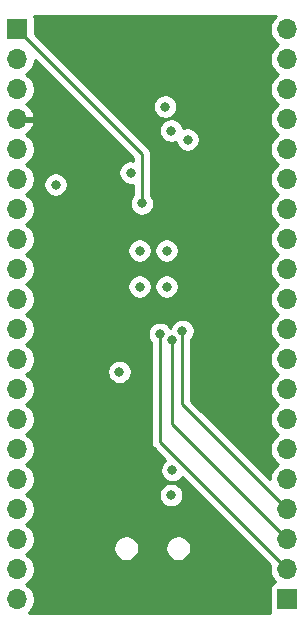
<source format=gbr>
%TF.GenerationSoftware,KiCad,Pcbnew,5.1.9-73d0e3b20d~88~ubuntu20.04.1*%
%TF.CreationDate,2021-04-21T23:40:33-06:00*%
%TF.ProjectId,STM32F411CE,53544d33-3246-4343-9131-43452e6b6963,rev?*%
%TF.SameCoordinates,Original*%
%TF.FileFunction,Copper,L3,Inr*%
%TF.FilePolarity,Positive*%
%FSLAX46Y46*%
G04 Gerber Fmt 4.6, Leading zero omitted, Abs format (unit mm)*
G04 Created by KiCad (PCBNEW 5.1.9-73d0e3b20d~88~ubuntu20.04.1) date 2021-04-21 23:40:33*
%MOMM*%
%LPD*%
G01*
G04 APERTURE LIST*
%TA.AperFunction,ComponentPad*%
%ADD10O,1.700000X1.700000*%
%TD*%
%TA.AperFunction,ComponentPad*%
%ADD11R,1.700000X1.700000*%
%TD*%
%TA.AperFunction,ViaPad*%
%ADD12C,0.800000*%
%TD*%
%TA.AperFunction,Conductor*%
%ADD13C,0.250000*%
%TD*%
%TA.AperFunction,Conductor*%
%ADD14C,0.254000*%
%TD*%
%TA.AperFunction,Conductor*%
%ADD15C,0.100000*%
%TD*%
G04 APERTURE END LIST*
D10*
%TO.N,GND*%
%TO.C,J3*%
X36626800Y-13766800D03*
X36626800Y-16306800D03*
%TO.N,PB9*%
X36626800Y-18846800D03*
%TO.N,PB8*%
X36626800Y-21386800D03*
%TO.N,BOOT0*%
X36626800Y-23926800D03*
%TO.N,PB7*%
X36626800Y-26466800D03*
%TO.N,PB6*%
X36626800Y-29006800D03*
%TO.N,PB5*%
X36626800Y-31546800D03*
%TO.N,PB4*%
X36626800Y-34086800D03*
%TO.N,SWO*%
X36626800Y-36626800D03*
%TO.N,PA15*%
X36626800Y-39166800D03*
%TO.N,SWDCLK*%
X36626800Y-41706800D03*
%TO.N,SWDIO*%
X36626800Y-44246800D03*
%TO.N,N/C*%
X36626800Y-46786800D03*
X36626800Y-49326800D03*
X36626800Y-51866800D03*
%TO.N,PB15*%
X36626800Y-54406800D03*
%TO.N,PB14*%
X36626800Y-56946800D03*
%TO.N,PB13*%
X36626800Y-59486800D03*
D11*
%TO.N,GND*%
X36626800Y-62026800D03*
%TD*%
D10*
%TO.N,GND*%
%TO.C,J2*%
X13766800Y-62026800D03*
%TO.N,+5V*%
X13766800Y-59486800D03*
%TO.N,PB12*%
X13766800Y-56946800D03*
%TO.N,PB10*%
X13766800Y-54406800D03*
%TO.N,PB2*%
X13766800Y-51866800D03*
%TO.N,PB1*%
X13766800Y-49326800D03*
%TO.N,PBO*%
X13766800Y-46786800D03*
%TO.N,PA7*%
X13766800Y-44246800D03*
%TO.N,PA6*%
X13766800Y-41706800D03*
%TO.N,PA5*%
X13766800Y-39166800D03*
%TO.N,PA4*%
X13766800Y-36626800D03*
%TO.N,PA3*%
X13766800Y-34086800D03*
%TO.N,PA2*%
X13766800Y-31546800D03*
%TO.N,PA1*%
X13766800Y-29006800D03*
%TO.N,PA0*%
X13766800Y-26466800D03*
%TO.N,~RST*%
X13766800Y-23926800D03*
%TO.N,+3V3*%
X13766800Y-21386800D03*
%TO.N,N/C*%
X13766800Y-18846800D03*
X13766800Y-16306800D03*
D11*
%TO.N,+BATT*%
X13766800Y-13766800D03*
%TD*%
D12*
%TO.N,GND*%
X24130000Y-32512000D03*
X26416000Y-32512000D03*
X26416000Y-35560000D03*
X24130000Y-35560000D03*
X22402800Y-42773600D03*
X17018000Y-26924000D03*
X26797000Y-22352000D03*
X23368000Y-25908000D03*
X28194000Y-23114000D03*
X26289000Y-20320000D03*
X26797000Y-53213000D03*
X26900000Y-51100000D03*
%TO.N,+3V3*%
X27178000Y-27051000D03*
X30657800Y-34594800D03*
X24307800Y-39420800D03*
X20535900Y-29806900D03*
%TO.N,+BATT*%
X24307800Y-28498800D03*
%TO.N,PB14*%
X26847800Y-40055800D03*
%TO.N,PB13*%
X25831800Y-39547800D03*
%TO.N,PB15*%
X27736800Y-39293800D03*
%TD*%
D13*
%TO.N,+BATT*%
X24307800Y-24307800D02*
X24307800Y-28498800D01*
X13766800Y-13766800D02*
X24307800Y-24307800D01*
%TO.N,PB14*%
X26847800Y-47167800D02*
X36626800Y-56946800D01*
X26847800Y-40055800D02*
X26847800Y-47167800D01*
%TO.N,PB13*%
X25831800Y-48691800D02*
X36626800Y-59486800D01*
X25831800Y-39547800D02*
X25831800Y-48691800D01*
%TO.N,PB15*%
X27736800Y-45516800D02*
X36626800Y-54406800D01*
X27736800Y-39293800D02*
X27736800Y-45516800D01*
%TD*%
D14*
%TO.N,+3V3*%
X35473325Y-12820168D02*
X35310810Y-13063389D01*
X35198868Y-13333642D01*
X35141800Y-13620540D01*
X35141800Y-13913060D01*
X35198868Y-14199958D01*
X35310810Y-14470211D01*
X35473325Y-14713432D01*
X35680168Y-14920275D01*
X35854560Y-15036800D01*
X35680168Y-15153325D01*
X35473325Y-15360168D01*
X35310810Y-15603389D01*
X35198868Y-15873642D01*
X35141800Y-16160540D01*
X35141800Y-16453060D01*
X35198868Y-16739958D01*
X35310810Y-17010211D01*
X35473325Y-17253432D01*
X35680168Y-17460275D01*
X35854560Y-17576800D01*
X35680168Y-17693325D01*
X35473325Y-17900168D01*
X35310810Y-18143389D01*
X35198868Y-18413642D01*
X35141800Y-18700540D01*
X35141800Y-18993060D01*
X35198868Y-19279958D01*
X35310810Y-19550211D01*
X35473325Y-19793432D01*
X35680168Y-20000275D01*
X35854560Y-20116800D01*
X35680168Y-20233325D01*
X35473325Y-20440168D01*
X35310810Y-20683389D01*
X35198868Y-20953642D01*
X35141800Y-21240540D01*
X35141800Y-21533060D01*
X35198868Y-21819958D01*
X35310810Y-22090211D01*
X35473325Y-22333432D01*
X35680168Y-22540275D01*
X35854560Y-22656800D01*
X35680168Y-22773325D01*
X35473325Y-22980168D01*
X35310810Y-23223389D01*
X35198868Y-23493642D01*
X35141800Y-23780540D01*
X35141800Y-24073060D01*
X35198868Y-24359958D01*
X35310810Y-24630211D01*
X35473325Y-24873432D01*
X35680168Y-25080275D01*
X35854560Y-25196800D01*
X35680168Y-25313325D01*
X35473325Y-25520168D01*
X35310810Y-25763389D01*
X35198868Y-26033642D01*
X35141800Y-26320540D01*
X35141800Y-26613060D01*
X35198868Y-26899958D01*
X35310810Y-27170211D01*
X35473325Y-27413432D01*
X35680168Y-27620275D01*
X35854560Y-27736800D01*
X35680168Y-27853325D01*
X35473325Y-28060168D01*
X35310810Y-28303389D01*
X35198868Y-28573642D01*
X35141800Y-28860540D01*
X35141800Y-29153060D01*
X35198868Y-29439958D01*
X35310810Y-29710211D01*
X35473325Y-29953432D01*
X35680168Y-30160275D01*
X35854560Y-30276800D01*
X35680168Y-30393325D01*
X35473325Y-30600168D01*
X35310810Y-30843389D01*
X35198868Y-31113642D01*
X35141800Y-31400540D01*
X35141800Y-31693060D01*
X35198868Y-31979958D01*
X35310810Y-32250211D01*
X35473325Y-32493432D01*
X35680168Y-32700275D01*
X35854560Y-32816800D01*
X35680168Y-32933325D01*
X35473325Y-33140168D01*
X35310810Y-33383389D01*
X35198868Y-33653642D01*
X35141800Y-33940540D01*
X35141800Y-34233060D01*
X35198868Y-34519958D01*
X35310810Y-34790211D01*
X35473325Y-35033432D01*
X35680168Y-35240275D01*
X35854560Y-35356800D01*
X35680168Y-35473325D01*
X35473325Y-35680168D01*
X35310810Y-35923389D01*
X35198868Y-36193642D01*
X35141800Y-36480540D01*
X35141800Y-36773060D01*
X35198868Y-37059958D01*
X35310810Y-37330211D01*
X35473325Y-37573432D01*
X35680168Y-37780275D01*
X35854560Y-37896800D01*
X35680168Y-38013325D01*
X35473325Y-38220168D01*
X35310810Y-38463389D01*
X35198868Y-38733642D01*
X35141800Y-39020540D01*
X35141800Y-39313060D01*
X35198868Y-39599958D01*
X35310810Y-39870211D01*
X35473325Y-40113432D01*
X35680168Y-40320275D01*
X35854560Y-40436800D01*
X35680168Y-40553325D01*
X35473325Y-40760168D01*
X35310810Y-41003389D01*
X35198868Y-41273642D01*
X35141800Y-41560540D01*
X35141800Y-41853060D01*
X35198868Y-42139958D01*
X35310810Y-42410211D01*
X35473325Y-42653432D01*
X35680168Y-42860275D01*
X35854560Y-42976800D01*
X35680168Y-43093325D01*
X35473325Y-43300168D01*
X35310810Y-43543389D01*
X35198868Y-43813642D01*
X35141800Y-44100540D01*
X35141800Y-44393060D01*
X35198868Y-44679958D01*
X35310810Y-44950211D01*
X35473325Y-45193432D01*
X35680168Y-45400275D01*
X35854560Y-45516800D01*
X35680168Y-45633325D01*
X35473325Y-45840168D01*
X35310810Y-46083389D01*
X35198868Y-46353642D01*
X35141800Y-46640540D01*
X35141800Y-46933060D01*
X35198868Y-47219958D01*
X35310810Y-47490211D01*
X35473325Y-47733432D01*
X35680168Y-47940275D01*
X35854560Y-48056800D01*
X35680168Y-48173325D01*
X35473325Y-48380168D01*
X35310810Y-48623389D01*
X35198868Y-48893642D01*
X35141800Y-49180540D01*
X35141800Y-49473060D01*
X35198868Y-49759958D01*
X35310810Y-50030211D01*
X35473325Y-50273432D01*
X35680168Y-50480275D01*
X35854560Y-50596800D01*
X35680168Y-50713325D01*
X35473325Y-50920168D01*
X35310810Y-51163389D01*
X35198868Y-51433642D01*
X35141800Y-51720540D01*
X35141800Y-51846998D01*
X28496800Y-45201999D01*
X28496800Y-39997511D01*
X28540737Y-39953574D01*
X28654005Y-39784056D01*
X28732026Y-39595698D01*
X28771800Y-39395739D01*
X28771800Y-39191861D01*
X28732026Y-38991902D01*
X28654005Y-38803544D01*
X28540737Y-38634026D01*
X28396574Y-38489863D01*
X28227056Y-38376595D01*
X28038698Y-38298574D01*
X27838739Y-38258800D01*
X27634861Y-38258800D01*
X27434902Y-38298574D01*
X27246544Y-38376595D01*
X27077026Y-38489863D01*
X26932863Y-38634026D01*
X26819595Y-38803544D01*
X26741574Y-38991902D01*
X26735412Y-39022878D01*
X26726965Y-39024559D01*
X26635737Y-38888026D01*
X26491574Y-38743863D01*
X26322056Y-38630595D01*
X26133698Y-38552574D01*
X25933739Y-38512800D01*
X25729861Y-38512800D01*
X25529902Y-38552574D01*
X25341544Y-38630595D01*
X25172026Y-38743863D01*
X25027863Y-38888026D01*
X24914595Y-39057544D01*
X24836574Y-39245902D01*
X24796800Y-39445861D01*
X24796800Y-39649739D01*
X24836574Y-39849698D01*
X24914595Y-40038056D01*
X25027863Y-40207574D01*
X25071800Y-40251511D01*
X25071801Y-48654468D01*
X25068124Y-48691800D01*
X25082798Y-48840785D01*
X25126254Y-48984046D01*
X25196826Y-49116076D01*
X25249731Y-49180540D01*
X25291800Y-49231801D01*
X25320798Y-49255599D01*
X26312782Y-50247583D01*
X26240226Y-50296063D01*
X26096063Y-50440226D01*
X25982795Y-50609744D01*
X25904774Y-50798102D01*
X25865000Y-50998061D01*
X25865000Y-51201939D01*
X25904774Y-51401898D01*
X25982795Y-51590256D01*
X26096063Y-51759774D01*
X26240226Y-51903937D01*
X26409744Y-52017205D01*
X26598102Y-52095226D01*
X26798061Y-52135000D01*
X27001939Y-52135000D01*
X27201898Y-52095226D01*
X27390256Y-52017205D01*
X27559774Y-51903937D01*
X27703937Y-51759774D01*
X27752417Y-51687218D01*
X35185590Y-59120393D01*
X35141800Y-59340540D01*
X35141800Y-59633060D01*
X35198868Y-59919958D01*
X35310810Y-60190211D01*
X35473325Y-60433432D01*
X35605180Y-60565287D01*
X35532620Y-60587298D01*
X35422306Y-60646263D01*
X35325615Y-60725615D01*
X35246263Y-60822306D01*
X35187298Y-60932620D01*
X35150988Y-61052318D01*
X35138728Y-61176800D01*
X35138728Y-62876800D01*
X35150988Y-63001282D01*
X35187298Y-63120980D01*
X35200030Y-63144800D01*
X14748907Y-63144800D01*
X14920275Y-62973432D01*
X15082790Y-62730211D01*
X15194732Y-62459958D01*
X15251800Y-62173060D01*
X15251800Y-61880540D01*
X15194732Y-61593642D01*
X15082790Y-61323389D01*
X14920275Y-61080168D01*
X14713432Y-60873325D01*
X14539040Y-60756800D01*
X14713432Y-60640275D01*
X14920275Y-60433432D01*
X15082790Y-60190211D01*
X15194732Y-59919958D01*
X15251800Y-59633060D01*
X15251800Y-59340540D01*
X15194732Y-59053642D01*
X15082790Y-58783389D01*
X14920275Y-58540168D01*
X14713432Y-58333325D01*
X14539040Y-58216800D01*
X14713432Y-58100275D01*
X14920275Y-57893432D01*
X15082790Y-57650211D01*
X15102785Y-57601937D01*
X21911800Y-57601937D01*
X21911800Y-57815663D01*
X21953496Y-58025283D01*
X22035285Y-58222740D01*
X22154025Y-58400447D01*
X22305153Y-58551575D01*
X22482860Y-58670315D01*
X22680317Y-58752104D01*
X22889937Y-58793800D01*
X23103663Y-58793800D01*
X23313283Y-58752104D01*
X23510740Y-58670315D01*
X23688447Y-58551575D01*
X23839575Y-58400447D01*
X23958315Y-58222740D01*
X24040104Y-58025283D01*
X24081800Y-57815663D01*
X24081800Y-57601937D01*
X26311800Y-57601937D01*
X26311800Y-57815663D01*
X26353496Y-58025283D01*
X26435285Y-58222740D01*
X26554025Y-58400447D01*
X26705153Y-58551575D01*
X26882860Y-58670315D01*
X27080317Y-58752104D01*
X27289937Y-58793800D01*
X27503663Y-58793800D01*
X27713283Y-58752104D01*
X27910740Y-58670315D01*
X28088447Y-58551575D01*
X28239575Y-58400447D01*
X28358315Y-58222740D01*
X28440104Y-58025283D01*
X28481800Y-57815663D01*
X28481800Y-57601937D01*
X28440104Y-57392317D01*
X28358315Y-57194860D01*
X28239575Y-57017153D01*
X28088447Y-56866025D01*
X27910740Y-56747285D01*
X27713283Y-56665496D01*
X27503663Y-56623800D01*
X27289937Y-56623800D01*
X27080317Y-56665496D01*
X26882860Y-56747285D01*
X26705153Y-56866025D01*
X26554025Y-57017153D01*
X26435285Y-57194860D01*
X26353496Y-57392317D01*
X26311800Y-57601937D01*
X24081800Y-57601937D01*
X24040104Y-57392317D01*
X23958315Y-57194860D01*
X23839575Y-57017153D01*
X23688447Y-56866025D01*
X23510740Y-56747285D01*
X23313283Y-56665496D01*
X23103663Y-56623800D01*
X22889937Y-56623800D01*
X22680317Y-56665496D01*
X22482860Y-56747285D01*
X22305153Y-56866025D01*
X22154025Y-57017153D01*
X22035285Y-57194860D01*
X21953496Y-57392317D01*
X21911800Y-57601937D01*
X15102785Y-57601937D01*
X15194732Y-57379958D01*
X15251800Y-57093060D01*
X15251800Y-56800540D01*
X15194732Y-56513642D01*
X15082790Y-56243389D01*
X14920275Y-56000168D01*
X14713432Y-55793325D01*
X14539040Y-55676800D01*
X14713432Y-55560275D01*
X14920275Y-55353432D01*
X15082790Y-55110211D01*
X15194732Y-54839958D01*
X15251800Y-54553060D01*
X15251800Y-54260540D01*
X15194732Y-53973642D01*
X15082790Y-53703389D01*
X14920275Y-53460168D01*
X14713432Y-53253325D01*
X14539040Y-53136800D01*
X14577561Y-53111061D01*
X25762000Y-53111061D01*
X25762000Y-53314939D01*
X25801774Y-53514898D01*
X25879795Y-53703256D01*
X25993063Y-53872774D01*
X26137226Y-54016937D01*
X26306744Y-54130205D01*
X26495102Y-54208226D01*
X26695061Y-54248000D01*
X26898939Y-54248000D01*
X27098898Y-54208226D01*
X27287256Y-54130205D01*
X27456774Y-54016937D01*
X27600937Y-53872774D01*
X27714205Y-53703256D01*
X27792226Y-53514898D01*
X27832000Y-53314939D01*
X27832000Y-53111061D01*
X27792226Y-52911102D01*
X27714205Y-52722744D01*
X27600937Y-52553226D01*
X27456774Y-52409063D01*
X27287256Y-52295795D01*
X27098898Y-52217774D01*
X26898939Y-52178000D01*
X26695061Y-52178000D01*
X26495102Y-52217774D01*
X26306744Y-52295795D01*
X26137226Y-52409063D01*
X25993063Y-52553226D01*
X25879795Y-52722744D01*
X25801774Y-52911102D01*
X25762000Y-53111061D01*
X14577561Y-53111061D01*
X14713432Y-53020275D01*
X14920275Y-52813432D01*
X15082790Y-52570211D01*
X15194732Y-52299958D01*
X15251800Y-52013060D01*
X15251800Y-51720540D01*
X15194732Y-51433642D01*
X15082790Y-51163389D01*
X14920275Y-50920168D01*
X14713432Y-50713325D01*
X14539040Y-50596800D01*
X14713432Y-50480275D01*
X14920275Y-50273432D01*
X15082790Y-50030211D01*
X15194732Y-49759958D01*
X15251800Y-49473060D01*
X15251800Y-49180540D01*
X15194732Y-48893642D01*
X15082790Y-48623389D01*
X14920275Y-48380168D01*
X14713432Y-48173325D01*
X14539040Y-48056800D01*
X14713432Y-47940275D01*
X14920275Y-47733432D01*
X15082790Y-47490211D01*
X15194732Y-47219958D01*
X15251800Y-46933060D01*
X15251800Y-46640540D01*
X15194732Y-46353642D01*
X15082790Y-46083389D01*
X14920275Y-45840168D01*
X14713432Y-45633325D01*
X14539040Y-45516800D01*
X14713432Y-45400275D01*
X14920275Y-45193432D01*
X15082790Y-44950211D01*
X15194732Y-44679958D01*
X15251800Y-44393060D01*
X15251800Y-44100540D01*
X15194732Y-43813642D01*
X15082790Y-43543389D01*
X14920275Y-43300168D01*
X14713432Y-43093325D01*
X14539040Y-42976800D01*
X14713432Y-42860275D01*
X14902046Y-42671661D01*
X21367800Y-42671661D01*
X21367800Y-42875539D01*
X21407574Y-43075498D01*
X21485595Y-43263856D01*
X21598863Y-43433374D01*
X21743026Y-43577537D01*
X21912544Y-43690805D01*
X22100902Y-43768826D01*
X22300861Y-43808600D01*
X22504739Y-43808600D01*
X22704698Y-43768826D01*
X22893056Y-43690805D01*
X23062574Y-43577537D01*
X23206737Y-43433374D01*
X23320005Y-43263856D01*
X23398026Y-43075498D01*
X23437800Y-42875539D01*
X23437800Y-42671661D01*
X23398026Y-42471702D01*
X23320005Y-42283344D01*
X23206737Y-42113826D01*
X23062574Y-41969663D01*
X22893056Y-41856395D01*
X22704698Y-41778374D01*
X22504739Y-41738600D01*
X22300861Y-41738600D01*
X22100902Y-41778374D01*
X21912544Y-41856395D01*
X21743026Y-41969663D01*
X21598863Y-42113826D01*
X21485595Y-42283344D01*
X21407574Y-42471702D01*
X21367800Y-42671661D01*
X14902046Y-42671661D01*
X14920275Y-42653432D01*
X15082790Y-42410211D01*
X15194732Y-42139958D01*
X15251800Y-41853060D01*
X15251800Y-41560540D01*
X15194732Y-41273642D01*
X15082790Y-41003389D01*
X14920275Y-40760168D01*
X14713432Y-40553325D01*
X14539040Y-40436800D01*
X14713432Y-40320275D01*
X14920275Y-40113432D01*
X15082790Y-39870211D01*
X15194732Y-39599958D01*
X15251800Y-39313060D01*
X15251800Y-39020540D01*
X15194732Y-38733642D01*
X15082790Y-38463389D01*
X14920275Y-38220168D01*
X14713432Y-38013325D01*
X14539040Y-37896800D01*
X14713432Y-37780275D01*
X14920275Y-37573432D01*
X15082790Y-37330211D01*
X15194732Y-37059958D01*
X15251800Y-36773060D01*
X15251800Y-36480540D01*
X15194732Y-36193642D01*
X15082790Y-35923389D01*
X14920275Y-35680168D01*
X14713432Y-35473325D01*
X14690588Y-35458061D01*
X23095000Y-35458061D01*
X23095000Y-35661939D01*
X23134774Y-35861898D01*
X23212795Y-36050256D01*
X23326063Y-36219774D01*
X23470226Y-36363937D01*
X23639744Y-36477205D01*
X23828102Y-36555226D01*
X24028061Y-36595000D01*
X24231939Y-36595000D01*
X24431898Y-36555226D01*
X24620256Y-36477205D01*
X24789774Y-36363937D01*
X24933937Y-36219774D01*
X25047205Y-36050256D01*
X25125226Y-35861898D01*
X25165000Y-35661939D01*
X25165000Y-35458061D01*
X25381000Y-35458061D01*
X25381000Y-35661939D01*
X25420774Y-35861898D01*
X25498795Y-36050256D01*
X25612063Y-36219774D01*
X25756226Y-36363937D01*
X25925744Y-36477205D01*
X26114102Y-36555226D01*
X26314061Y-36595000D01*
X26517939Y-36595000D01*
X26717898Y-36555226D01*
X26906256Y-36477205D01*
X27075774Y-36363937D01*
X27219937Y-36219774D01*
X27333205Y-36050256D01*
X27411226Y-35861898D01*
X27451000Y-35661939D01*
X27451000Y-35458061D01*
X27411226Y-35258102D01*
X27333205Y-35069744D01*
X27219937Y-34900226D01*
X27075774Y-34756063D01*
X26906256Y-34642795D01*
X26717898Y-34564774D01*
X26517939Y-34525000D01*
X26314061Y-34525000D01*
X26114102Y-34564774D01*
X25925744Y-34642795D01*
X25756226Y-34756063D01*
X25612063Y-34900226D01*
X25498795Y-35069744D01*
X25420774Y-35258102D01*
X25381000Y-35458061D01*
X25165000Y-35458061D01*
X25125226Y-35258102D01*
X25047205Y-35069744D01*
X24933937Y-34900226D01*
X24789774Y-34756063D01*
X24620256Y-34642795D01*
X24431898Y-34564774D01*
X24231939Y-34525000D01*
X24028061Y-34525000D01*
X23828102Y-34564774D01*
X23639744Y-34642795D01*
X23470226Y-34756063D01*
X23326063Y-34900226D01*
X23212795Y-35069744D01*
X23134774Y-35258102D01*
X23095000Y-35458061D01*
X14690588Y-35458061D01*
X14539040Y-35356800D01*
X14713432Y-35240275D01*
X14920275Y-35033432D01*
X15082790Y-34790211D01*
X15194732Y-34519958D01*
X15251800Y-34233060D01*
X15251800Y-33940540D01*
X15194732Y-33653642D01*
X15082790Y-33383389D01*
X14920275Y-33140168D01*
X14713432Y-32933325D01*
X14539040Y-32816800D01*
X14713432Y-32700275D01*
X14920275Y-32493432D01*
X14975981Y-32410061D01*
X23095000Y-32410061D01*
X23095000Y-32613939D01*
X23134774Y-32813898D01*
X23212795Y-33002256D01*
X23326063Y-33171774D01*
X23470226Y-33315937D01*
X23639744Y-33429205D01*
X23828102Y-33507226D01*
X24028061Y-33547000D01*
X24231939Y-33547000D01*
X24431898Y-33507226D01*
X24620256Y-33429205D01*
X24789774Y-33315937D01*
X24933937Y-33171774D01*
X25047205Y-33002256D01*
X25125226Y-32813898D01*
X25165000Y-32613939D01*
X25165000Y-32410061D01*
X25381000Y-32410061D01*
X25381000Y-32613939D01*
X25420774Y-32813898D01*
X25498795Y-33002256D01*
X25612063Y-33171774D01*
X25756226Y-33315937D01*
X25925744Y-33429205D01*
X26114102Y-33507226D01*
X26314061Y-33547000D01*
X26517939Y-33547000D01*
X26717898Y-33507226D01*
X26906256Y-33429205D01*
X27075774Y-33315937D01*
X27219937Y-33171774D01*
X27333205Y-33002256D01*
X27411226Y-32813898D01*
X27451000Y-32613939D01*
X27451000Y-32410061D01*
X27411226Y-32210102D01*
X27333205Y-32021744D01*
X27219937Y-31852226D01*
X27075774Y-31708063D01*
X26906256Y-31594795D01*
X26717898Y-31516774D01*
X26517939Y-31477000D01*
X26314061Y-31477000D01*
X26114102Y-31516774D01*
X25925744Y-31594795D01*
X25756226Y-31708063D01*
X25612063Y-31852226D01*
X25498795Y-32021744D01*
X25420774Y-32210102D01*
X25381000Y-32410061D01*
X25165000Y-32410061D01*
X25125226Y-32210102D01*
X25047205Y-32021744D01*
X24933937Y-31852226D01*
X24789774Y-31708063D01*
X24620256Y-31594795D01*
X24431898Y-31516774D01*
X24231939Y-31477000D01*
X24028061Y-31477000D01*
X23828102Y-31516774D01*
X23639744Y-31594795D01*
X23470226Y-31708063D01*
X23326063Y-31852226D01*
X23212795Y-32021744D01*
X23134774Y-32210102D01*
X23095000Y-32410061D01*
X14975981Y-32410061D01*
X15082790Y-32250211D01*
X15194732Y-31979958D01*
X15251800Y-31693060D01*
X15251800Y-31400540D01*
X15194732Y-31113642D01*
X15082790Y-30843389D01*
X14920275Y-30600168D01*
X14713432Y-30393325D01*
X14539040Y-30276800D01*
X14713432Y-30160275D01*
X14920275Y-29953432D01*
X15082790Y-29710211D01*
X15194732Y-29439958D01*
X15251800Y-29153060D01*
X15251800Y-28860540D01*
X15194732Y-28573642D01*
X15082790Y-28303389D01*
X14920275Y-28060168D01*
X14713432Y-27853325D01*
X14539040Y-27736800D01*
X14713432Y-27620275D01*
X14920275Y-27413432D01*
X15082790Y-27170211D01*
X15194732Y-26899958D01*
X15210226Y-26822061D01*
X15983000Y-26822061D01*
X15983000Y-27025939D01*
X16022774Y-27225898D01*
X16100795Y-27414256D01*
X16214063Y-27583774D01*
X16358226Y-27727937D01*
X16527744Y-27841205D01*
X16716102Y-27919226D01*
X16916061Y-27959000D01*
X17119939Y-27959000D01*
X17319898Y-27919226D01*
X17508256Y-27841205D01*
X17677774Y-27727937D01*
X17821937Y-27583774D01*
X17935205Y-27414256D01*
X18013226Y-27225898D01*
X18053000Y-27025939D01*
X18053000Y-26822061D01*
X18013226Y-26622102D01*
X17935205Y-26433744D01*
X17821937Y-26264226D01*
X17677774Y-26120063D01*
X17508256Y-26006795D01*
X17319898Y-25928774D01*
X17119939Y-25889000D01*
X16916061Y-25889000D01*
X16716102Y-25928774D01*
X16527744Y-26006795D01*
X16358226Y-26120063D01*
X16214063Y-26264226D01*
X16100795Y-26433744D01*
X16022774Y-26622102D01*
X15983000Y-26822061D01*
X15210226Y-26822061D01*
X15251800Y-26613060D01*
X15251800Y-26320540D01*
X15194732Y-26033642D01*
X15082790Y-25763389D01*
X14920275Y-25520168D01*
X14713432Y-25313325D01*
X14539040Y-25196800D01*
X14713432Y-25080275D01*
X14920275Y-24873432D01*
X15082790Y-24630211D01*
X15194732Y-24359958D01*
X15251800Y-24073060D01*
X15251800Y-23780540D01*
X15194732Y-23493642D01*
X15082790Y-23223389D01*
X14920275Y-22980168D01*
X14713432Y-22773325D01*
X14531266Y-22651605D01*
X14648155Y-22581978D01*
X14864388Y-22387069D01*
X15038441Y-22153720D01*
X15163625Y-21890899D01*
X15208276Y-21743690D01*
X15086955Y-21513800D01*
X13893800Y-21513800D01*
X13893800Y-21533800D01*
X13639800Y-21533800D01*
X13639800Y-21513800D01*
X13619800Y-21513800D01*
X13619800Y-21259800D01*
X13639800Y-21259800D01*
X13639800Y-21239800D01*
X13893800Y-21239800D01*
X13893800Y-21259800D01*
X15086955Y-21259800D01*
X15208276Y-21029910D01*
X15163625Y-20882701D01*
X15038441Y-20619880D01*
X14864388Y-20386531D01*
X14648155Y-20191622D01*
X14531266Y-20121995D01*
X14713432Y-20000275D01*
X14920275Y-19793432D01*
X15082790Y-19550211D01*
X15194732Y-19279958D01*
X15251800Y-18993060D01*
X15251800Y-18700540D01*
X15194732Y-18413642D01*
X15082790Y-18143389D01*
X14920275Y-17900168D01*
X14713432Y-17693325D01*
X14539040Y-17576800D01*
X14713432Y-17460275D01*
X14920275Y-17253432D01*
X15082790Y-17010211D01*
X15194732Y-16739958D01*
X15251800Y-16453060D01*
X15251800Y-16326601D01*
X23547800Y-24622602D01*
X23547800Y-24888487D01*
X23469939Y-24873000D01*
X23266061Y-24873000D01*
X23066102Y-24912774D01*
X22877744Y-24990795D01*
X22708226Y-25104063D01*
X22564063Y-25248226D01*
X22450795Y-25417744D01*
X22372774Y-25606102D01*
X22333000Y-25806061D01*
X22333000Y-26009939D01*
X22372774Y-26209898D01*
X22450795Y-26398256D01*
X22564063Y-26567774D01*
X22708226Y-26711937D01*
X22877744Y-26825205D01*
X23066102Y-26903226D01*
X23266061Y-26943000D01*
X23469939Y-26943000D01*
X23547801Y-26927512D01*
X23547801Y-27795088D01*
X23503863Y-27839026D01*
X23390595Y-28008544D01*
X23312574Y-28196902D01*
X23272800Y-28396861D01*
X23272800Y-28600739D01*
X23312574Y-28800698D01*
X23390595Y-28989056D01*
X23503863Y-29158574D01*
X23648026Y-29302737D01*
X23817544Y-29416005D01*
X24005902Y-29494026D01*
X24205861Y-29533800D01*
X24409739Y-29533800D01*
X24609698Y-29494026D01*
X24798056Y-29416005D01*
X24967574Y-29302737D01*
X25111737Y-29158574D01*
X25225005Y-28989056D01*
X25303026Y-28800698D01*
X25342800Y-28600739D01*
X25342800Y-28396861D01*
X25303026Y-28196902D01*
X25225005Y-28008544D01*
X25111737Y-27839026D01*
X25067800Y-27795089D01*
X25067800Y-24345122D01*
X25071476Y-24307799D01*
X25067800Y-24270476D01*
X25067800Y-24270467D01*
X25056803Y-24158814D01*
X25013346Y-24015553D01*
X24942774Y-23883524D01*
X24847801Y-23767799D01*
X24818804Y-23744002D01*
X23324863Y-22250061D01*
X25762000Y-22250061D01*
X25762000Y-22453939D01*
X25801774Y-22653898D01*
X25879795Y-22842256D01*
X25993063Y-23011774D01*
X26137226Y-23155937D01*
X26306744Y-23269205D01*
X26495102Y-23347226D01*
X26695061Y-23387000D01*
X26898939Y-23387000D01*
X27098898Y-23347226D01*
X27178552Y-23314232D01*
X27198774Y-23415898D01*
X27276795Y-23604256D01*
X27390063Y-23773774D01*
X27534226Y-23917937D01*
X27703744Y-24031205D01*
X27892102Y-24109226D01*
X28092061Y-24149000D01*
X28295939Y-24149000D01*
X28495898Y-24109226D01*
X28684256Y-24031205D01*
X28853774Y-23917937D01*
X28997937Y-23773774D01*
X29111205Y-23604256D01*
X29189226Y-23415898D01*
X29229000Y-23215939D01*
X29229000Y-23012061D01*
X29189226Y-22812102D01*
X29111205Y-22623744D01*
X28997937Y-22454226D01*
X28853774Y-22310063D01*
X28684256Y-22196795D01*
X28495898Y-22118774D01*
X28295939Y-22079000D01*
X28092061Y-22079000D01*
X27892102Y-22118774D01*
X27812448Y-22151768D01*
X27792226Y-22050102D01*
X27714205Y-21861744D01*
X27600937Y-21692226D01*
X27456774Y-21548063D01*
X27287256Y-21434795D01*
X27098898Y-21356774D01*
X26898939Y-21317000D01*
X26695061Y-21317000D01*
X26495102Y-21356774D01*
X26306744Y-21434795D01*
X26137226Y-21548063D01*
X25993063Y-21692226D01*
X25879795Y-21861744D01*
X25801774Y-22050102D01*
X25762000Y-22250061D01*
X23324863Y-22250061D01*
X21292863Y-20218061D01*
X25254000Y-20218061D01*
X25254000Y-20421939D01*
X25293774Y-20621898D01*
X25371795Y-20810256D01*
X25485063Y-20979774D01*
X25629226Y-21123937D01*
X25798744Y-21237205D01*
X25987102Y-21315226D01*
X26187061Y-21355000D01*
X26390939Y-21355000D01*
X26590898Y-21315226D01*
X26779256Y-21237205D01*
X26948774Y-21123937D01*
X27092937Y-20979774D01*
X27206205Y-20810256D01*
X27284226Y-20621898D01*
X27324000Y-20421939D01*
X27324000Y-20218061D01*
X27284226Y-20018102D01*
X27206205Y-19829744D01*
X27092937Y-19660226D01*
X26948774Y-19516063D01*
X26779256Y-19402795D01*
X26590898Y-19324774D01*
X26390939Y-19285000D01*
X26187061Y-19285000D01*
X25987102Y-19324774D01*
X25798744Y-19402795D01*
X25629226Y-19516063D01*
X25485063Y-19660226D01*
X25371795Y-19829744D01*
X25293774Y-20018102D01*
X25254000Y-20218061D01*
X21292863Y-20218061D01*
X15254872Y-14180071D01*
X15254872Y-12916800D01*
X15242612Y-12792318D01*
X15206302Y-12672620D01*
X15193570Y-12648800D01*
X35644693Y-12648800D01*
X35473325Y-12820168D01*
%TA.AperFunction,Conductor*%
D15*
G36*
X35473325Y-12820168D02*
G01*
X35310810Y-13063389D01*
X35198868Y-13333642D01*
X35141800Y-13620540D01*
X35141800Y-13913060D01*
X35198868Y-14199958D01*
X35310810Y-14470211D01*
X35473325Y-14713432D01*
X35680168Y-14920275D01*
X35854560Y-15036800D01*
X35680168Y-15153325D01*
X35473325Y-15360168D01*
X35310810Y-15603389D01*
X35198868Y-15873642D01*
X35141800Y-16160540D01*
X35141800Y-16453060D01*
X35198868Y-16739958D01*
X35310810Y-17010211D01*
X35473325Y-17253432D01*
X35680168Y-17460275D01*
X35854560Y-17576800D01*
X35680168Y-17693325D01*
X35473325Y-17900168D01*
X35310810Y-18143389D01*
X35198868Y-18413642D01*
X35141800Y-18700540D01*
X35141800Y-18993060D01*
X35198868Y-19279958D01*
X35310810Y-19550211D01*
X35473325Y-19793432D01*
X35680168Y-20000275D01*
X35854560Y-20116800D01*
X35680168Y-20233325D01*
X35473325Y-20440168D01*
X35310810Y-20683389D01*
X35198868Y-20953642D01*
X35141800Y-21240540D01*
X35141800Y-21533060D01*
X35198868Y-21819958D01*
X35310810Y-22090211D01*
X35473325Y-22333432D01*
X35680168Y-22540275D01*
X35854560Y-22656800D01*
X35680168Y-22773325D01*
X35473325Y-22980168D01*
X35310810Y-23223389D01*
X35198868Y-23493642D01*
X35141800Y-23780540D01*
X35141800Y-24073060D01*
X35198868Y-24359958D01*
X35310810Y-24630211D01*
X35473325Y-24873432D01*
X35680168Y-25080275D01*
X35854560Y-25196800D01*
X35680168Y-25313325D01*
X35473325Y-25520168D01*
X35310810Y-25763389D01*
X35198868Y-26033642D01*
X35141800Y-26320540D01*
X35141800Y-26613060D01*
X35198868Y-26899958D01*
X35310810Y-27170211D01*
X35473325Y-27413432D01*
X35680168Y-27620275D01*
X35854560Y-27736800D01*
X35680168Y-27853325D01*
X35473325Y-28060168D01*
X35310810Y-28303389D01*
X35198868Y-28573642D01*
X35141800Y-28860540D01*
X35141800Y-29153060D01*
X35198868Y-29439958D01*
X35310810Y-29710211D01*
X35473325Y-29953432D01*
X35680168Y-30160275D01*
X35854560Y-30276800D01*
X35680168Y-30393325D01*
X35473325Y-30600168D01*
X35310810Y-30843389D01*
X35198868Y-31113642D01*
X35141800Y-31400540D01*
X35141800Y-31693060D01*
X35198868Y-31979958D01*
X35310810Y-32250211D01*
X35473325Y-32493432D01*
X35680168Y-32700275D01*
X35854560Y-32816800D01*
X35680168Y-32933325D01*
X35473325Y-33140168D01*
X35310810Y-33383389D01*
X35198868Y-33653642D01*
X35141800Y-33940540D01*
X35141800Y-34233060D01*
X35198868Y-34519958D01*
X35310810Y-34790211D01*
X35473325Y-35033432D01*
X35680168Y-35240275D01*
X35854560Y-35356800D01*
X35680168Y-35473325D01*
X35473325Y-35680168D01*
X35310810Y-35923389D01*
X35198868Y-36193642D01*
X35141800Y-36480540D01*
X35141800Y-36773060D01*
X35198868Y-37059958D01*
X35310810Y-37330211D01*
X35473325Y-37573432D01*
X35680168Y-37780275D01*
X35854560Y-37896800D01*
X35680168Y-38013325D01*
X35473325Y-38220168D01*
X35310810Y-38463389D01*
X35198868Y-38733642D01*
X35141800Y-39020540D01*
X35141800Y-39313060D01*
X35198868Y-39599958D01*
X35310810Y-39870211D01*
X35473325Y-40113432D01*
X35680168Y-40320275D01*
X35854560Y-40436800D01*
X35680168Y-40553325D01*
X35473325Y-40760168D01*
X35310810Y-41003389D01*
X35198868Y-41273642D01*
X35141800Y-41560540D01*
X35141800Y-41853060D01*
X35198868Y-42139958D01*
X35310810Y-42410211D01*
X35473325Y-42653432D01*
X35680168Y-42860275D01*
X35854560Y-42976800D01*
X35680168Y-43093325D01*
X35473325Y-43300168D01*
X35310810Y-43543389D01*
X35198868Y-43813642D01*
X35141800Y-44100540D01*
X35141800Y-44393060D01*
X35198868Y-44679958D01*
X35310810Y-44950211D01*
X35473325Y-45193432D01*
X35680168Y-45400275D01*
X35854560Y-45516800D01*
X35680168Y-45633325D01*
X35473325Y-45840168D01*
X35310810Y-46083389D01*
X35198868Y-46353642D01*
X35141800Y-46640540D01*
X35141800Y-46933060D01*
X35198868Y-47219958D01*
X35310810Y-47490211D01*
X35473325Y-47733432D01*
X35680168Y-47940275D01*
X35854560Y-48056800D01*
X35680168Y-48173325D01*
X35473325Y-48380168D01*
X35310810Y-48623389D01*
X35198868Y-48893642D01*
X35141800Y-49180540D01*
X35141800Y-49473060D01*
X35198868Y-49759958D01*
X35310810Y-50030211D01*
X35473325Y-50273432D01*
X35680168Y-50480275D01*
X35854560Y-50596800D01*
X35680168Y-50713325D01*
X35473325Y-50920168D01*
X35310810Y-51163389D01*
X35198868Y-51433642D01*
X35141800Y-51720540D01*
X35141800Y-51846998D01*
X28496800Y-45201999D01*
X28496800Y-39997511D01*
X28540737Y-39953574D01*
X28654005Y-39784056D01*
X28732026Y-39595698D01*
X28771800Y-39395739D01*
X28771800Y-39191861D01*
X28732026Y-38991902D01*
X28654005Y-38803544D01*
X28540737Y-38634026D01*
X28396574Y-38489863D01*
X28227056Y-38376595D01*
X28038698Y-38298574D01*
X27838739Y-38258800D01*
X27634861Y-38258800D01*
X27434902Y-38298574D01*
X27246544Y-38376595D01*
X27077026Y-38489863D01*
X26932863Y-38634026D01*
X26819595Y-38803544D01*
X26741574Y-38991902D01*
X26735412Y-39022878D01*
X26726965Y-39024559D01*
X26635737Y-38888026D01*
X26491574Y-38743863D01*
X26322056Y-38630595D01*
X26133698Y-38552574D01*
X25933739Y-38512800D01*
X25729861Y-38512800D01*
X25529902Y-38552574D01*
X25341544Y-38630595D01*
X25172026Y-38743863D01*
X25027863Y-38888026D01*
X24914595Y-39057544D01*
X24836574Y-39245902D01*
X24796800Y-39445861D01*
X24796800Y-39649739D01*
X24836574Y-39849698D01*
X24914595Y-40038056D01*
X25027863Y-40207574D01*
X25071800Y-40251511D01*
X25071801Y-48654468D01*
X25068124Y-48691800D01*
X25082798Y-48840785D01*
X25126254Y-48984046D01*
X25196826Y-49116076D01*
X25249731Y-49180540D01*
X25291800Y-49231801D01*
X25320798Y-49255599D01*
X26312782Y-50247583D01*
X26240226Y-50296063D01*
X26096063Y-50440226D01*
X25982795Y-50609744D01*
X25904774Y-50798102D01*
X25865000Y-50998061D01*
X25865000Y-51201939D01*
X25904774Y-51401898D01*
X25982795Y-51590256D01*
X26096063Y-51759774D01*
X26240226Y-51903937D01*
X26409744Y-52017205D01*
X26598102Y-52095226D01*
X26798061Y-52135000D01*
X27001939Y-52135000D01*
X27201898Y-52095226D01*
X27390256Y-52017205D01*
X27559774Y-51903937D01*
X27703937Y-51759774D01*
X27752417Y-51687218D01*
X35185590Y-59120393D01*
X35141800Y-59340540D01*
X35141800Y-59633060D01*
X35198868Y-59919958D01*
X35310810Y-60190211D01*
X35473325Y-60433432D01*
X35605180Y-60565287D01*
X35532620Y-60587298D01*
X35422306Y-60646263D01*
X35325615Y-60725615D01*
X35246263Y-60822306D01*
X35187298Y-60932620D01*
X35150988Y-61052318D01*
X35138728Y-61176800D01*
X35138728Y-62876800D01*
X35150988Y-63001282D01*
X35187298Y-63120980D01*
X35200030Y-63144800D01*
X14748907Y-63144800D01*
X14920275Y-62973432D01*
X15082790Y-62730211D01*
X15194732Y-62459958D01*
X15251800Y-62173060D01*
X15251800Y-61880540D01*
X15194732Y-61593642D01*
X15082790Y-61323389D01*
X14920275Y-61080168D01*
X14713432Y-60873325D01*
X14539040Y-60756800D01*
X14713432Y-60640275D01*
X14920275Y-60433432D01*
X15082790Y-60190211D01*
X15194732Y-59919958D01*
X15251800Y-59633060D01*
X15251800Y-59340540D01*
X15194732Y-59053642D01*
X15082790Y-58783389D01*
X14920275Y-58540168D01*
X14713432Y-58333325D01*
X14539040Y-58216800D01*
X14713432Y-58100275D01*
X14920275Y-57893432D01*
X15082790Y-57650211D01*
X15102785Y-57601937D01*
X21911800Y-57601937D01*
X21911800Y-57815663D01*
X21953496Y-58025283D01*
X22035285Y-58222740D01*
X22154025Y-58400447D01*
X22305153Y-58551575D01*
X22482860Y-58670315D01*
X22680317Y-58752104D01*
X22889937Y-58793800D01*
X23103663Y-58793800D01*
X23313283Y-58752104D01*
X23510740Y-58670315D01*
X23688447Y-58551575D01*
X23839575Y-58400447D01*
X23958315Y-58222740D01*
X24040104Y-58025283D01*
X24081800Y-57815663D01*
X24081800Y-57601937D01*
X26311800Y-57601937D01*
X26311800Y-57815663D01*
X26353496Y-58025283D01*
X26435285Y-58222740D01*
X26554025Y-58400447D01*
X26705153Y-58551575D01*
X26882860Y-58670315D01*
X27080317Y-58752104D01*
X27289937Y-58793800D01*
X27503663Y-58793800D01*
X27713283Y-58752104D01*
X27910740Y-58670315D01*
X28088447Y-58551575D01*
X28239575Y-58400447D01*
X28358315Y-58222740D01*
X28440104Y-58025283D01*
X28481800Y-57815663D01*
X28481800Y-57601937D01*
X28440104Y-57392317D01*
X28358315Y-57194860D01*
X28239575Y-57017153D01*
X28088447Y-56866025D01*
X27910740Y-56747285D01*
X27713283Y-56665496D01*
X27503663Y-56623800D01*
X27289937Y-56623800D01*
X27080317Y-56665496D01*
X26882860Y-56747285D01*
X26705153Y-56866025D01*
X26554025Y-57017153D01*
X26435285Y-57194860D01*
X26353496Y-57392317D01*
X26311800Y-57601937D01*
X24081800Y-57601937D01*
X24040104Y-57392317D01*
X23958315Y-57194860D01*
X23839575Y-57017153D01*
X23688447Y-56866025D01*
X23510740Y-56747285D01*
X23313283Y-56665496D01*
X23103663Y-56623800D01*
X22889937Y-56623800D01*
X22680317Y-56665496D01*
X22482860Y-56747285D01*
X22305153Y-56866025D01*
X22154025Y-57017153D01*
X22035285Y-57194860D01*
X21953496Y-57392317D01*
X21911800Y-57601937D01*
X15102785Y-57601937D01*
X15194732Y-57379958D01*
X15251800Y-57093060D01*
X15251800Y-56800540D01*
X15194732Y-56513642D01*
X15082790Y-56243389D01*
X14920275Y-56000168D01*
X14713432Y-55793325D01*
X14539040Y-55676800D01*
X14713432Y-55560275D01*
X14920275Y-55353432D01*
X15082790Y-55110211D01*
X15194732Y-54839958D01*
X15251800Y-54553060D01*
X15251800Y-54260540D01*
X15194732Y-53973642D01*
X15082790Y-53703389D01*
X14920275Y-53460168D01*
X14713432Y-53253325D01*
X14539040Y-53136800D01*
X14577561Y-53111061D01*
X25762000Y-53111061D01*
X25762000Y-53314939D01*
X25801774Y-53514898D01*
X25879795Y-53703256D01*
X25993063Y-53872774D01*
X26137226Y-54016937D01*
X26306744Y-54130205D01*
X26495102Y-54208226D01*
X26695061Y-54248000D01*
X26898939Y-54248000D01*
X27098898Y-54208226D01*
X27287256Y-54130205D01*
X27456774Y-54016937D01*
X27600937Y-53872774D01*
X27714205Y-53703256D01*
X27792226Y-53514898D01*
X27832000Y-53314939D01*
X27832000Y-53111061D01*
X27792226Y-52911102D01*
X27714205Y-52722744D01*
X27600937Y-52553226D01*
X27456774Y-52409063D01*
X27287256Y-52295795D01*
X27098898Y-52217774D01*
X26898939Y-52178000D01*
X26695061Y-52178000D01*
X26495102Y-52217774D01*
X26306744Y-52295795D01*
X26137226Y-52409063D01*
X25993063Y-52553226D01*
X25879795Y-52722744D01*
X25801774Y-52911102D01*
X25762000Y-53111061D01*
X14577561Y-53111061D01*
X14713432Y-53020275D01*
X14920275Y-52813432D01*
X15082790Y-52570211D01*
X15194732Y-52299958D01*
X15251800Y-52013060D01*
X15251800Y-51720540D01*
X15194732Y-51433642D01*
X15082790Y-51163389D01*
X14920275Y-50920168D01*
X14713432Y-50713325D01*
X14539040Y-50596800D01*
X14713432Y-50480275D01*
X14920275Y-50273432D01*
X15082790Y-50030211D01*
X15194732Y-49759958D01*
X15251800Y-49473060D01*
X15251800Y-49180540D01*
X15194732Y-48893642D01*
X15082790Y-48623389D01*
X14920275Y-48380168D01*
X14713432Y-48173325D01*
X14539040Y-48056800D01*
X14713432Y-47940275D01*
X14920275Y-47733432D01*
X15082790Y-47490211D01*
X15194732Y-47219958D01*
X15251800Y-46933060D01*
X15251800Y-46640540D01*
X15194732Y-46353642D01*
X15082790Y-46083389D01*
X14920275Y-45840168D01*
X14713432Y-45633325D01*
X14539040Y-45516800D01*
X14713432Y-45400275D01*
X14920275Y-45193432D01*
X15082790Y-44950211D01*
X15194732Y-44679958D01*
X15251800Y-44393060D01*
X15251800Y-44100540D01*
X15194732Y-43813642D01*
X15082790Y-43543389D01*
X14920275Y-43300168D01*
X14713432Y-43093325D01*
X14539040Y-42976800D01*
X14713432Y-42860275D01*
X14902046Y-42671661D01*
X21367800Y-42671661D01*
X21367800Y-42875539D01*
X21407574Y-43075498D01*
X21485595Y-43263856D01*
X21598863Y-43433374D01*
X21743026Y-43577537D01*
X21912544Y-43690805D01*
X22100902Y-43768826D01*
X22300861Y-43808600D01*
X22504739Y-43808600D01*
X22704698Y-43768826D01*
X22893056Y-43690805D01*
X23062574Y-43577537D01*
X23206737Y-43433374D01*
X23320005Y-43263856D01*
X23398026Y-43075498D01*
X23437800Y-42875539D01*
X23437800Y-42671661D01*
X23398026Y-42471702D01*
X23320005Y-42283344D01*
X23206737Y-42113826D01*
X23062574Y-41969663D01*
X22893056Y-41856395D01*
X22704698Y-41778374D01*
X22504739Y-41738600D01*
X22300861Y-41738600D01*
X22100902Y-41778374D01*
X21912544Y-41856395D01*
X21743026Y-41969663D01*
X21598863Y-42113826D01*
X21485595Y-42283344D01*
X21407574Y-42471702D01*
X21367800Y-42671661D01*
X14902046Y-42671661D01*
X14920275Y-42653432D01*
X15082790Y-42410211D01*
X15194732Y-42139958D01*
X15251800Y-41853060D01*
X15251800Y-41560540D01*
X15194732Y-41273642D01*
X15082790Y-41003389D01*
X14920275Y-40760168D01*
X14713432Y-40553325D01*
X14539040Y-40436800D01*
X14713432Y-40320275D01*
X14920275Y-40113432D01*
X15082790Y-39870211D01*
X15194732Y-39599958D01*
X15251800Y-39313060D01*
X15251800Y-39020540D01*
X15194732Y-38733642D01*
X15082790Y-38463389D01*
X14920275Y-38220168D01*
X14713432Y-38013325D01*
X14539040Y-37896800D01*
X14713432Y-37780275D01*
X14920275Y-37573432D01*
X15082790Y-37330211D01*
X15194732Y-37059958D01*
X15251800Y-36773060D01*
X15251800Y-36480540D01*
X15194732Y-36193642D01*
X15082790Y-35923389D01*
X14920275Y-35680168D01*
X14713432Y-35473325D01*
X14690588Y-35458061D01*
X23095000Y-35458061D01*
X23095000Y-35661939D01*
X23134774Y-35861898D01*
X23212795Y-36050256D01*
X23326063Y-36219774D01*
X23470226Y-36363937D01*
X23639744Y-36477205D01*
X23828102Y-36555226D01*
X24028061Y-36595000D01*
X24231939Y-36595000D01*
X24431898Y-36555226D01*
X24620256Y-36477205D01*
X24789774Y-36363937D01*
X24933937Y-36219774D01*
X25047205Y-36050256D01*
X25125226Y-35861898D01*
X25165000Y-35661939D01*
X25165000Y-35458061D01*
X25381000Y-35458061D01*
X25381000Y-35661939D01*
X25420774Y-35861898D01*
X25498795Y-36050256D01*
X25612063Y-36219774D01*
X25756226Y-36363937D01*
X25925744Y-36477205D01*
X26114102Y-36555226D01*
X26314061Y-36595000D01*
X26517939Y-36595000D01*
X26717898Y-36555226D01*
X26906256Y-36477205D01*
X27075774Y-36363937D01*
X27219937Y-36219774D01*
X27333205Y-36050256D01*
X27411226Y-35861898D01*
X27451000Y-35661939D01*
X27451000Y-35458061D01*
X27411226Y-35258102D01*
X27333205Y-35069744D01*
X27219937Y-34900226D01*
X27075774Y-34756063D01*
X26906256Y-34642795D01*
X26717898Y-34564774D01*
X26517939Y-34525000D01*
X26314061Y-34525000D01*
X26114102Y-34564774D01*
X25925744Y-34642795D01*
X25756226Y-34756063D01*
X25612063Y-34900226D01*
X25498795Y-35069744D01*
X25420774Y-35258102D01*
X25381000Y-35458061D01*
X25165000Y-35458061D01*
X25125226Y-35258102D01*
X25047205Y-35069744D01*
X24933937Y-34900226D01*
X24789774Y-34756063D01*
X24620256Y-34642795D01*
X24431898Y-34564774D01*
X24231939Y-34525000D01*
X24028061Y-34525000D01*
X23828102Y-34564774D01*
X23639744Y-34642795D01*
X23470226Y-34756063D01*
X23326063Y-34900226D01*
X23212795Y-35069744D01*
X23134774Y-35258102D01*
X23095000Y-35458061D01*
X14690588Y-35458061D01*
X14539040Y-35356800D01*
X14713432Y-35240275D01*
X14920275Y-35033432D01*
X15082790Y-34790211D01*
X15194732Y-34519958D01*
X15251800Y-34233060D01*
X15251800Y-33940540D01*
X15194732Y-33653642D01*
X15082790Y-33383389D01*
X14920275Y-33140168D01*
X14713432Y-32933325D01*
X14539040Y-32816800D01*
X14713432Y-32700275D01*
X14920275Y-32493432D01*
X14975981Y-32410061D01*
X23095000Y-32410061D01*
X23095000Y-32613939D01*
X23134774Y-32813898D01*
X23212795Y-33002256D01*
X23326063Y-33171774D01*
X23470226Y-33315937D01*
X23639744Y-33429205D01*
X23828102Y-33507226D01*
X24028061Y-33547000D01*
X24231939Y-33547000D01*
X24431898Y-33507226D01*
X24620256Y-33429205D01*
X24789774Y-33315937D01*
X24933937Y-33171774D01*
X25047205Y-33002256D01*
X25125226Y-32813898D01*
X25165000Y-32613939D01*
X25165000Y-32410061D01*
X25381000Y-32410061D01*
X25381000Y-32613939D01*
X25420774Y-32813898D01*
X25498795Y-33002256D01*
X25612063Y-33171774D01*
X25756226Y-33315937D01*
X25925744Y-33429205D01*
X26114102Y-33507226D01*
X26314061Y-33547000D01*
X26517939Y-33547000D01*
X26717898Y-33507226D01*
X26906256Y-33429205D01*
X27075774Y-33315937D01*
X27219937Y-33171774D01*
X27333205Y-33002256D01*
X27411226Y-32813898D01*
X27451000Y-32613939D01*
X27451000Y-32410061D01*
X27411226Y-32210102D01*
X27333205Y-32021744D01*
X27219937Y-31852226D01*
X27075774Y-31708063D01*
X26906256Y-31594795D01*
X26717898Y-31516774D01*
X26517939Y-31477000D01*
X26314061Y-31477000D01*
X26114102Y-31516774D01*
X25925744Y-31594795D01*
X25756226Y-31708063D01*
X25612063Y-31852226D01*
X25498795Y-32021744D01*
X25420774Y-32210102D01*
X25381000Y-32410061D01*
X25165000Y-32410061D01*
X25125226Y-32210102D01*
X25047205Y-32021744D01*
X24933937Y-31852226D01*
X24789774Y-31708063D01*
X24620256Y-31594795D01*
X24431898Y-31516774D01*
X24231939Y-31477000D01*
X24028061Y-31477000D01*
X23828102Y-31516774D01*
X23639744Y-31594795D01*
X23470226Y-31708063D01*
X23326063Y-31852226D01*
X23212795Y-32021744D01*
X23134774Y-32210102D01*
X23095000Y-32410061D01*
X14975981Y-32410061D01*
X15082790Y-32250211D01*
X15194732Y-31979958D01*
X15251800Y-31693060D01*
X15251800Y-31400540D01*
X15194732Y-31113642D01*
X15082790Y-30843389D01*
X14920275Y-30600168D01*
X14713432Y-30393325D01*
X14539040Y-30276800D01*
X14713432Y-30160275D01*
X14920275Y-29953432D01*
X15082790Y-29710211D01*
X15194732Y-29439958D01*
X15251800Y-29153060D01*
X15251800Y-28860540D01*
X15194732Y-28573642D01*
X15082790Y-28303389D01*
X14920275Y-28060168D01*
X14713432Y-27853325D01*
X14539040Y-27736800D01*
X14713432Y-27620275D01*
X14920275Y-27413432D01*
X15082790Y-27170211D01*
X15194732Y-26899958D01*
X15210226Y-26822061D01*
X15983000Y-26822061D01*
X15983000Y-27025939D01*
X16022774Y-27225898D01*
X16100795Y-27414256D01*
X16214063Y-27583774D01*
X16358226Y-27727937D01*
X16527744Y-27841205D01*
X16716102Y-27919226D01*
X16916061Y-27959000D01*
X17119939Y-27959000D01*
X17319898Y-27919226D01*
X17508256Y-27841205D01*
X17677774Y-27727937D01*
X17821937Y-27583774D01*
X17935205Y-27414256D01*
X18013226Y-27225898D01*
X18053000Y-27025939D01*
X18053000Y-26822061D01*
X18013226Y-26622102D01*
X17935205Y-26433744D01*
X17821937Y-26264226D01*
X17677774Y-26120063D01*
X17508256Y-26006795D01*
X17319898Y-25928774D01*
X17119939Y-25889000D01*
X16916061Y-25889000D01*
X16716102Y-25928774D01*
X16527744Y-26006795D01*
X16358226Y-26120063D01*
X16214063Y-26264226D01*
X16100795Y-26433744D01*
X16022774Y-26622102D01*
X15983000Y-26822061D01*
X15210226Y-26822061D01*
X15251800Y-26613060D01*
X15251800Y-26320540D01*
X15194732Y-26033642D01*
X15082790Y-25763389D01*
X14920275Y-25520168D01*
X14713432Y-25313325D01*
X14539040Y-25196800D01*
X14713432Y-25080275D01*
X14920275Y-24873432D01*
X15082790Y-24630211D01*
X15194732Y-24359958D01*
X15251800Y-24073060D01*
X15251800Y-23780540D01*
X15194732Y-23493642D01*
X15082790Y-23223389D01*
X14920275Y-22980168D01*
X14713432Y-22773325D01*
X14531266Y-22651605D01*
X14648155Y-22581978D01*
X14864388Y-22387069D01*
X15038441Y-22153720D01*
X15163625Y-21890899D01*
X15208276Y-21743690D01*
X15086955Y-21513800D01*
X13893800Y-21513800D01*
X13893800Y-21533800D01*
X13639800Y-21533800D01*
X13639800Y-21513800D01*
X13619800Y-21513800D01*
X13619800Y-21259800D01*
X13639800Y-21259800D01*
X13639800Y-21239800D01*
X13893800Y-21239800D01*
X13893800Y-21259800D01*
X15086955Y-21259800D01*
X15208276Y-21029910D01*
X15163625Y-20882701D01*
X15038441Y-20619880D01*
X14864388Y-20386531D01*
X14648155Y-20191622D01*
X14531266Y-20121995D01*
X14713432Y-20000275D01*
X14920275Y-19793432D01*
X15082790Y-19550211D01*
X15194732Y-19279958D01*
X15251800Y-18993060D01*
X15251800Y-18700540D01*
X15194732Y-18413642D01*
X15082790Y-18143389D01*
X14920275Y-17900168D01*
X14713432Y-17693325D01*
X14539040Y-17576800D01*
X14713432Y-17460275D01*
X14920275Y-17253432D01*
X15082790Y-17010211D01*
X15194732Y-16739958D01*
X15251800Y-16453060D01*
X15251800Y-16326601D01*
X23547800Y-24622602D01*
X23547800Y-24888487D01*
X23469939Y-24873000D01*
X23266061Y-24873000D01*
X23066102Y-24912774D01*
X22877744Y-24990795D01*
X22708226Y-25104063D01*
X22564063Y-25248226D01*
X22450795Y-25417744D01*
X22372774Y-25606102D01*
X22333000Y-25806061D01*
X22333000Y-26009939D01*
X22372774Y-26209898D01*
X22450795Y-26398256D01*
X22564063Y-26567774D01*
X22708226Y-26711937D01*
X22877744Y-26825205D01*
X23066102Y-26903226D01*
X23266061Y-26943000D01*
X23469939Y-26943000D01*
X23547801Y-26927512D01*
X23547801Y-27795088D01*
X23503863Y-27839026D01*
X23390595Y-28008544D01*
X23312574Y-28196902D01*
X23272800Y-28396861D01*
X23272800Y-28600739D01*
X23312574Y-28800698D01*
X23390595Y-28989056D01*
X23503863Y-29158574D01*
X23648026Y-29302737D01*
X23817544Y-29416005D01*
X24005902Y-29494026D01*
X24205861Y-29533800D01*
X24409739Y-29533800D01*
X24609698Y-29494026D01*
X24798056Y-29416005D01*
X24967574Y-29302737D01*
X25111737Y-29158574D01*
X25225005Y-28989056D01*
X25303026Y-28800698D01*
X25342800Y-28600739D01*
X25342800Y-28396861D01*
X25303026Y-28196902D01*
X25225005Y-28008544D01*
X25111737Y-27839026D01*
X25067800Y-27795089D01*
X25067800Y-24345122D01*
X25071476Y-24307799D01*
X25067800Y-24270476D01*
X25067800Y-24270467D01*
X25056803Y-24158814D01*
X25013346Y-24015553D01*
X24942774Y-23883524D01*
X24847801Y-23767799D01*
X24818804Y-23744002D01*
X23324863Y-22250061D01*
X25762000Y-22250061D01*
X25762000Y-22453939D01*
X25801774Y-22653898D01*
X25879795Y-22842256D01*
X25993063Y-23011774D01*
X26137226Y-23155937D01*
X26306744Y-23269205D01*
X26495102Y-23347226D01*
X26695061Y-23387000D01*
X26898939Y-23387000D01*
X27098898Y-23347226D01*
X27178552Y-23314232D01*
X27198774Y-23415898D01*
X27276795Y-23604256D01*
X27390063Y-23773774D01*
X27534226Y-23917937D01*
X27703744Y-24031205D01*
X27892102Y-24109226D01*
X28092061Y-24149000D01*
X28295939Y-24149000D01*
X28495898Y-24109226D01*
X28684256Y-24031205D01*
X28853774Y-23917937D01*
X28997937Y-23773774D01*
X29111205Y-23604256D01*
X29189226Y-23415898D01*
X29229000Y-23215939D01*
X29229000Y-23012061D01*
X29189226Y-22812102D01*
X29111205Y-22623744D01*
X28997937Y-22454226D01*
X28853774Y-22310063D01*
X28684256Y-22196795D01*
X28495898Y-22118774D01*
X28295939Y-22079000D01*
X28092061Y-22079000D01*
X27892102Y-22118774D01*
X27812448Y-22151768D01*
X27792226Y-22050102D01*
X27714205Y-21861744D01*
X27600937Y-21692226D01*
X27456774Y-21548063D01*
X27287256Y-21434795D01*
X27098898Y-21356774D01*
X26898939Y-21317000D01*
X26695061Y-21317000D01*
X26495102Y-21356774D01*
X26306744Y-21434795D01*
X26137226Y-21548063D01*
X25993063Y-21692226D01*
X25879795Y-21861744D01*
X25801774Y-22050102D01*
X25762000Y-22250061D01*
X23324863Y-22250061D01*
X21292863Y-20218061D01*
X25254000Y-20218061D01*
X25254000Y-20421939D01*
X25293774Y-20621898D01*
X25371795Y-20810256D01*
X25485063Y-20979774D01*
X25629226Y-21123937D01*
X25798744Y-21237205D01*
X25987102Y-21315226D01*
X26187061Y-21355000D01*
X26390939Y-21355000D01*
X26590898Y-21315226D01*
X26779256Y-21237205D01*
X26948774Y-21123937D01*
X27092937Y-20979774D01*
X27206205Y-20810256D01*
X27284226Y-20621898D01*
X27324000Y-20421939D01*
X27324000Y-20218061D01*
X27284226Y-20018102D01*
X27206205Y-19829744D01*
X27092937Y-19660226D01*
X26948774Y-19516063D01*
X26779256Y-19402795D01*
X26590898Y-19324774D01*
X26390939Y-19285000D01*
X26187061Y-19285000D01*
X25987102Y-19324774D01*
X25798744Y-19402795D01*
X25629226Y-19516063D01*
X25485063Y-19660226D01*
X25371795Y-19829744D01*
X25293774Y-20018102D01*
X25254000Y-20218061D01*
X21292863Y-20218061D01*
X15254872Y-14180071D01*
X15254872Y-12916800D01*
X15242612Y-12792318D01*
X15206302Y-12672620D01*
X15193570Y-12648800D01*
X35644693Y-12648800D01*
X35473325Y-12820168D01*
G37*
%TD.AperFunction*%
%TD*%
M02*

</source>
